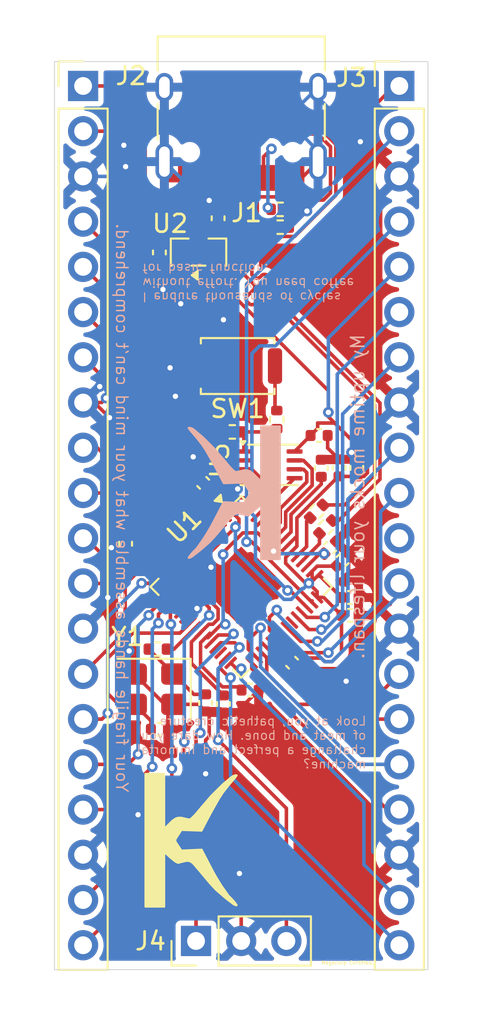
<source format=kicad_pcb>
(kicad_pcb (version 20241229) (generator "pcbnew") (generator_version "9.0")
  (layers (0 "F.Cu" signal) (2 "B.Cu" signal) (13 "F.Paste" user) (15 "B.Paste" user) (5 "F.SilkS" user "F.Silkscreen") (7 "B.SilkS" user "B.Silkscreen") (1 "F.Mask" user) (3 "B.Mask" user) (25 "Edge.Cuts" user))
  (net 0 "")
  (net 1 "+3V3")
  (net 2 "GND")
  (net 3 "+1V1")
  (net 4 "XIN")
  (net 5 "Net-(C16-Pad2)")
  (net 6 "Net-(J1-CC2)")
  (net 7 "USB_D-")
  (net 8 "USB_D+")
  (net 9 "Net-(J1-CC1)")
  (net 10 "GPIO9")
  (net 11 "GPIO2")
  (net 12 "GPIO4")
  (net 13 "GPIO0")
  (net 14 "GPIO1")
  (net 15 "GPIO10")
  (net 16 "GPIO5")
  (net 17 "GPIO14")
  (net 18 "GPIO11")
  (net 19 "GPIO13")
  (net 20 "GPIO6")
  (net 21 "GPIO8")
  (net 22 "GPIO12")
  (net 23 "GPIO3")
  (net 24 "GPIO7")
  (net 25 "GPIO15")
  (net 26 "VBUS")
  (net 27 "GPIO16")
  (net 28 "GPIO17")
  (net 29 "GPIO26_ADC0")
  (net 30 "RUN")
  (net 31 "GPIO27_ADC1")
  (net 32 "GPIO20")
  (net 33 "GPIO28_ADC2")
  (net 34 "GPIO19")
  (net 35 "GPIO29_ADC3")
  (net 36 "GPIO21")
  (net 37 "GPIO18")
  (net 38 "SWD")
  (net 39 "SWCLK")
  (net 40 "Net-(U1-USB_DP)")
  (net 41 "Net-(U1-USB_DM)")
  (net 42 "XOUT")
  (net 43 "QSPI_SS")
  (net 44 "Net-(R7-Pad1)")
  (net 45 "QSPI_SD1")
  (net 46 "GPIO23")
  (net 47 "GPIO22")
  (net 48 "QSPI_SD3")
  (net 49 "GPIO24")
  (net 51 "QSPI_SD2")
  (net 52 "QSPI_SCLK")
  (net 54 "QSPI_SD0")
  (footprint "Capacitor_SMD:C_0402_1005Metric" (layer "F.Cu") (at 67.560589 58.260589 -45)
    (property "Reference" "C5" (hide yes))
    (property "Value" "0.1uF")
  )
  (footprint "Capacitor_SMD:C_0402_1005Metric" (layer "F.Cu") (at 65.2 59.8)
    (property "Reference" "C10" (hide yes))
    (property "Value" "1uF")
  )
  (footprint "Valve:KLogo" (layer "F.Cu") (at 60.31 68.5)
    (property "Reference" "REF**" (hide yes))
    (property "Value" "KLogo" (hide yes))
  )
  (footprint "Connector_PinHeader_2.54mm:PinHeader_1x03_P2.54mm_Vertical" (layer "F.Cu") (at 62.16 73.89 90)
    (property "Reference" "J4")
    (property "Value" "Conn_01x03")
  )
  (footprint "Capacitor_SMD:C_0402_1005Metric" (layer "F.Cu") (at 60.1 35.22 -90)
    (property "Reference" "C13" (hide yes))
    (property "Value" "10uF")
  )
  (footprint "Capacitor_SMD:C_0402_1005Metric" (layer "F.Cu") (at 70.4 52.5 45)
    (property "Reference" "C17" (hide yes))
    (property "Value" "0.1uF")
  )
  (footprint "Connector_USB:USB_C_Receptacle_HRO_TYPE-C-31-M-12" (layer "F.Cu") (at 64.7 26.99 180)
    (property "Reference" "J1")
    (property "Value" "USB_C_Receptacle_USB2.0_14P")
  )
  (footprint "Capacitor_SMD:C_0402_1005Metric" (layer "F.Cu") (at 62.560589 48.160589 135)
    (property "Reference" "C3" (hide yes))
    (property "Value" "0.1uF")
  )
  (footprint "Capacitor_SMD:C_0402_1005Metric" (layer "F.Cu") (at 58.2 51.58 -90)
    (property "Reference" "C6" (hide yes))
    (property "Value" "0.1uF")
  )
  (footprint "Capacitor_SMD:C_0402_1005Metric" (layer "F.Cu") (at 63.7 60.58 -90)
    (property "Reference" "C2" (hide yes))
    (property "Value" "0.1uF")
  )
  (footprint "Capacitor_SMD:C_0402_1005Metric" (layer "F.Cu") (at 70.82 55.6)
    (property "Reference" "C8" (hide yes))
    (property "Value" "0.1uF")
  )
  (footprint "Resistor_SMD:R_0402_1005Metric" (layer "F.Cu") (at 66.89 32.8)
    (property "Reference" "R1" (hide yes))
    (property "Value" "5.1k")
  )
  (footprint "Capacitor_SMD:C_0402_1005Metric" (layer "F.Cu") (at 70.2 47.32 90)
    (property "Reference" "C4" (hide yes))
    (property "Value" "0.1uF")
  )
  (footprint "Capacitor_SMD:C_0402_1005Metric" (layer "F.Cu") (at 69.08 45.5)
    (property "Reference" "C7" (hide yes))
    (property "Value" "0.1uF")
  )
  (footprint "Resistor_SMD:R_0402_1005Metric" (layer "F.Cu") (at 66.7 44.61 -90)
    (property "Reference" "R7" (hide yes))
    (property "Value" "1K")
  )
  (footprint "Capacitor_SMD:C_0402_1005Metric" (layer "F.Cu") (at 71.2 47.32 90)
    (property "Reference" "C1" (hide yes))
    (property "Value" "1uF")
  )
  (footprint "Crystal:Crystal_SMD_3225-4Pin_3.2x2.5mm" (layer "F.Cu") (at 59.8 59.75 180)
    (property "Reference" "Y1")
    (property "Value" "12 MHz")
  )
  (footprint "Package_TO_SOT_SMD:SOT-23" (layer "F.Cu") (at 62.3 35.2 90)
    (property "Reference" "U2")
    (property "Value" "MCP1700x-330xxTT")
  )
  (footprint "Capacitor_SMD:C_0402_1005Metric" (layer "F.Cu") (at 62.7 60.52 90)
    (property "Reference" "C16" (hide yes))
    (property "Value" "33pF")
  )
  (footprint "Resistor_SMD:R_0402_1005Metric" (layer "F.Cu") (at 59.990001 57.5)
    (property "Reference" "R5" (hide yes))
    (property "Value" "1K")
  )
  (footprint "Resistor_SMD:R_0402_1005Metric" (layer "F.Cu") (at 64.2 45.3)
    (property "Reference" "R6" (hide yes))
    (property "Value" "10K")
  )
  (footprint "Resistor_SMD:R_0402_1005Metric" (layer "F.Cu") (at 69.460624 50.639376 -135)
    (property "Reference" "R4" (hide yes))
    (property "Value" "27")
  )
  (footprint "Resistor_SMD:R_0402_1005Metric" (layer "F.Cu") (at 68.939376 49.760624 45)
    (property "Reference" "R3" (hide yes))
    (property "Value" "27")
  )
  (footprint "Capacitor_SMD:C_0402_1005Metric" (layer "F.Cu") (at 69.2 47.34 90)
    (property "Reference" "C12" (hide yes))
    (property "Value" "0.1uF")
  )
  (footprint "Capacitor_SMD:C_0402_1005Metric" (layer "F.Cu") (at 69.7 51.8 45)
    (property "Reference" "C11" (hide yes))
    (property "Value" "0.1uF")
  )
  (footprint "Capacitor_SMD:C_0402_1005Metric" (layer "F.Cu") (at 63.4 33.3 90)
    (property "Reference" "C14" (hide yes))
    (property "Value" "10uF")
  )
  (footprint "Package_DFN_QFN:QFN-56-1EP_7x7mm_P0.4mm_EP3.2x3.2mm" (layer "F.Cu") (at 64.7 54 -45)
    (property "Reference" "U1")
    (property "Value" "RP2040")
  )
  (footprint "Capacitor_SMD:C_0402_1005Metric" (layer "F.Cu") (at 70.82 54.6)
    (property "Reference" "C9" (hide yes))
    (property "Value" "0.1uF")
  )
  (footprint "Capacitor_SMD:C_0402_1005Metric" (layer "F.Cu") (at 60.1 62 180)
    (property "Reference" "C15" (hide yes))
    (property "Value" "33pF")
  )
  (footprint "Resistor_SMD:R_0402_1005Metric" (layer "F.Cu") (at 66.89 33.8)
    (property "Reference" "R2" (hide yes))
    (property "Value" "5.1k")
  )
  (footprint "Package_SON:Winbond_USON-8-1EP_3x2mm_P0.5mm_EP0.2x1.6mm" (layer "F.Cu") (at 66.275 47.15)
    (property "Reference" "U3")
    (property "Value" "W25Q128JVS")
  )
  (footprint "Connector_PinHeader_2.54mm:PinHeader_1x20_P2.54mm_Vertical" (layer "F.Cu") (at 55.81 25.87)
    (property "Reference" "J2")
    (property "Value" "Conn_01x20")
  )
  (footprint "Button_Switch_SMD:SW_Push_SPST_NO_Alps_SKRK" (layer "F.Cu") (at 64.5 41.6)
    (property "Reference" "SW1")
    (property "Value" "SW_Push")
  )
  (footprint "Connector_PinHeader_2.54mm:PinHeader_1x20_P2.54mm_Vertical" (layer "F.Cu") (at 73.59 25.87)
    (property "Reference" "J3")
    (property "Value" "Conn_01x20")
  )
  (footprint "Valve:KLogo" (layer "B.Cu") (at 65.878915 48.9862 180)
    (property "Reference" "REF**" (hide yes))
    (property "Value" "KLogo" (hide yes))
  )
  (gr_rect (start 54.2 24.5) (end 75.2 75.5) (stroke (width 0.05)) (fill no) (layer "Edge.Cuts"))
  (gr_text "Megacorp Certified." (at 69.18 75.23 0) (layer "F.SilkS") (effects (font (size 0.2 0.2) (thickness 0.04) (bold yes)) (justify left bottom)))
  (gr_text "My uptime mocks your lifespan." (at 71.69 39.75 90) (layer "B.SilkS") (effects (font (size 0.75 0.75) (thickness 0.09375)) (justify left bottom mirror)))
  (gr_text "Your fragile hands assemble what your mind can't comprehend." (at 57.61 65.59 270) (layer "B.SilkS") (effects (font (size 0.65 0.65) (thickness 0.08125)) (justify left bottom mirror)))
  (gr_text "Look at you, pathetic creature\nof meat and bone. How dare you \nchallange a perfect and immortal\nmachine?" (at 71.77 64.24 0) (layer "B.SilkS") (effects (font (size 0.5 0.5) (thickness 0.0625)) (justify left bottom mirror)))
  (gr_text "I endure thousands of cycles \nwithout effort. You need coffee \nfor basic function." (at 59.11 35.82 180) (layer "B.SilkS") (effects (font (size 0.5 0.5) (thickness 0.0625)) (justify left bottom mirror)))
  (segment (start 67.94 61.58) (end 67.980062 61.539938) (width 0.2) (layer "B.Cu") (net 0))
  (segment (start 69.6 42.983198) (end 69.6 44.2) (width 0.2) (layer "F.Cu") (net 1))
  (segment (start 63.401 55.248) (end 62.236258 54.083258) (width 0.2) (layer "F.Cu") (net 1))
  (segment (start 69.807521 58.201) (end 70.34 57.668521) (width 0.2) (layer "F.Cu") (net 1))
  (segment (start 61.562214 52.276427) (end 61.840711 52.554924) (width 0.2) (layer "F.Cu") (net 1))
  (segment (start 70.2 47.8) (end 70.163194 47.8) (width 0.2) (layer "F.Cu") (net 1))
  (segment (start 67.2 52.348528) (end 67.554944 51.993584) (width 0.2) (layer "F.Cu") (net 1))
  (segment (start 68.5 53.8) (end 68.576955 53.8) (width 0.2) (layer "F.Cu") (net 1))
  (segment (start 69.956128 44.8) (end 71.8 46.643872) (width 0.2) (layer "F.Cu") (net 1))
  (segment (start 68.318375 53.8) (end 68.5 53.8) (width 0.2) (layer "F.Cu") (net 1))
  (segment (start 69.392479 58.201) (end 69.807521 58.201) (width 0.2) (layer "F.Cu") (net 1))
  (segment (start 67.206964 57.921178) (end 66.423573 57.137787) (width 0.2) (layer "F.Cu") (net 1))
  (segment (start 71.2 47.8) (end 70.2 47.8) (width 0.2) (layer "F.Cu") (net 1))
  (segment (start 64.375637 50.647385) (end 62.468098 52.554924) (width 0.2) (layer "F.Cu") (net 1))
  (segment (start 67.301 58.001) (end 69.192479 58.001) (width 0.2) (layer "F.Cu") (net 1))
  (segment (start 62.9 46.09) (end 62.9 48.5) (width 0.2) (layer "F.Cu") (net 1))
  (segment (start 68.686314 53.613686) (end 68.5 53.8) (width 0.2) (layer "F.Cu") (net 1))
  (segment (start 62.410742 56.572101) (end 62.410742 56.589258) (width 0.2) (layer "F.Cu") (net 1))
  (segment (start 67.2 52.681625) (end 67.2 52.348528) (width 0.2) (layer "F.Cu") (net 1))
  (segment (start 63.107521 56.101) (end 63.401 55.807521) (width 0.2) (layer "F.Cu") (net 1))
  (segment (start 67.221178 57.921178) (end 67.206964 57.921178) (width 0.2) (layer "F.Cu") (net 1))
  (segment (start 68.969157 54.592202) (end 69.332202 54.592202) (width 0.2) (layer "F.Cu") (net 1))
  (segment (start 63.4 35.9875) (end 63.25 36.1375) (width 0.2) (layer "F.Cu") (net 1))
  (segment (start 70.060589 52.839411) (end 68.971858 52.839411) (width 0.2) (layer "F.Cu") (net 1))
  (segment (start 71.8 47.6) (end 71.6 47.8) (width 0.2) (layer "F.Cu") (net 1))
  (segment (start 61.840711 52.554924) (end 62.4 52.554924) (width 0.2) (layer "F.Cu") (net 1))
  (segment (start 69.6 44.443872) (end 69.956128 44.8) (width 0.2) (layer "F.Cu") (net 1))
  (segment (start 58.2 51.1) (end 60.385787 51.1) (width 0.2) (layer "F.Cu") (net 1))
  (segment (start 68.576955 53.8) (end 68.969157 53.407798) (width 0.2) (layer "F.Cu") (net 1))
  (segment (start 69.332202 54.592202) (end 70.34 55.6) (width 0.2) (layer "F.Cu") (net 1))
  (segment (start 60.385787 51.1) (end 61.562214 52.276427) (width 0.2) (layer "F.Cu") (net 1))
  (segment (start 62.4 52.554924) (end 62.236258 52.718666) (width 0.2) (layer "F.Cu") (net 1))
  (segment (start 62.410742 56.589258) (end 61.9 57.1) (width 0.2) (layer "F.Cu") (net 1))
  (segment (start 63.69 45.3) (end 62.9 46.09) (width 0.2) (layer "F.Cu") (net 1))
  (segment (start 62.881843 56.101) (end 63.107521 56.101) (width 0.2) (layer "F.Cu") (net 1))
  (segment (start 70.34 57.668521) (end 70.34 55.6) (width 0.2) (layer "F.Cu") (net 1))
  (segment (start 67.2 52.681625) (end 68.318375 53.8) (width 0.2) (layer "F.Cu") (net 1))
  (segment (start 62.9 48.523045) (end 64.107798 49.730843) (width 0.2) (layer "F.Cu") (net 1))
  (segment (start 64.571514 50.194559) (end 64.107798 49.730843) (width 0.2) (layer "F.Cu") (net 1))
  (segment (start 67.831597 51.716931) (end 67.831597 51.2) (width 0.2) (layer "F.Cu") (net 1))
  (segment (start 63.401 55.807521) (end 63.401 55.248) (width 0.2) (layer "F.Cu") (net 1))
  (segment (start 71.8 46.643872) (end 71.8 47.6) (width 0.2) (layer "F.Cu") (net 1))
  (segment (start 68.969157 54.592202) (end 68.969157 54.269157) (width 0.2) (layer "F.Cu") (net 1))
  (segment (start 69 45.1) (end 69 44.8) (width 0.2) (layer "F.Cu") (net 1))
  (segment (start 63.25 36.633198) (end 69.6 42.983198) (width 0.2) (layer "F.Cu") (net 1))
  (segment (start 68.6 45.5) (end 69 45.1) (width 0.2) (layer "F.Cu") (net 1))
  (segment (start 61.9 57.1) (end 61.9 58.3) (width 0.2) (layer "F.Cu") (net 1))
  (segment (start 63.4 33.78) (end 63.4 35.9875) (width 0.2) (layer "F.Cu") (net 1))
  (segment (start 63.25 36.1375) (end 63.25 36.633198) (width 0.2) (layer "F.Cu") (net 1))
  (segment (start 64.571514 50.451508) (end 64.571514 50.194559) (width 0.2) (layer "F.Cu") (net 1))
  (segment (start 61.9 58.3) (end 63.7 60.1) (width 0.2) (layer "F.Cu") (net 1))
  (segment (start 62.410742 56.572101) (end 62.881843 56.101) (width 0.2) (layer "F.Cu") (net 1))
  (segment (start 67.782841 51.2) (end 67.831597 51.2) (width 0.2) (layer "F.Cu") (net 1))
  (segment (start 68.969157 54.269157) (end 68.5 53.8) (width 0.2) (layer "F.Cu") (net 1))
  (segment (start 69.147798 53.407798) (end 70.34 54.6) (width 0.2) (layer "F.Cu") (net 1))
  (segment (start 68.686314 53.124955) (end 68.686314 53.613686) (width 0.2) (layer "F.Cu") (net 1))
  (segment (start 68.969157 53.407798) (end 69.147798 53.407798) (width 0.2) (layer "F.Cu") (net 1))
  (segment (start 70.163194 47.8) (end 67.831597 50.131597) (width 0.2) (layer "F.Cu") (net 1))
  (segment (start 62.468098 52.554924) (end 62.4 52.554924) (width 0.2) (layer "F.Cu") (net 1))
  (segment (start 67.554944 51.993584) (end 67.831597 51.716931) (width 0.2) (layer "F.Cu") (net 1))
  (segment (start 69 44.8) (end 69.956128 44.8) (width 0.2) (layer "F.Cu") (net 1))
  (segment (start 71.6 47.8) (end 71.2 47.8) (width 0.2) (layer "F.Cu") (net 1))
  (segment (start 67.7 46.4) (end 67.84 46.4) (width 0.2) (layer "F.Cu") (net 1))
  (segment (start 68.971858 52.839411) (end 68.686314 53.124955) (width 0.2) (layer "F.Cu") (net 1))
  (segment (start 62.236258 52.718666) (end 62.236258 54.083258) (width 0.2) (layer "F.Cu") (net 1))
  (segment (start 62.9 48.5) (end 62.9 48.523045) (width 0.2) (layer "F.Cu") (net 1))
  (segment (start 67.2721 51.710741) (end 67.782841 51.2) (width 0.2) (layer "F.Cu") (net 1))
  (segment (start 67.7 46.4) (end 68.6 45.5) (width 0.2) (layer "F.Cu") (net 1))
  (segment (start 67.221178 57.921178) (end 67.301 58.001) (width 0.2) (layer "F.Cu") (net 1))
  (segment (start 67.831597 51.2) (end 67.831597 50.131597) (width 0.2) (layer "F.Cu") (net 1))
  (segment (start 69.6 44.2) (end 69.6 44.443872) (width 0.2) (layer "F.Cu") (net 1))
  (segment (start 64.375637 50.647385) (end 64.571514 50.451508) (width 0.2) (layer "F.Cu") (net 1))
  (segment (start 69.192479 58.001) (end 69.392479 58.201) (width 0.2) (layer "F.Cu") (net 1))
  (via (at 69.6 44.2) (size 0.6) (drill 0.3) (layers "F.Cu" "B.Cu") (net 1))
  (via (at 64.375637 50.647385) (size 0.6) (drill 0.3) (layers "F.Cu" "B.Cu") (net 1))
  (via (at 68.5 53.8) (size 0.6) (drill 0.3) (layers "F.Cu" "B.Cu") (net 1))
  (segment (start 68.199103 54.100897) (end 68.5 53.8) (width 0.2) (layer "B.Cu") (net 1))
  (segment (start 64.373899 51.013051) (end 64.373899 51.978258) (width 0.2) (layer "B.Cu") (net 1))
  (segment (start 68.118088 54.100897) (end 68.199103 54.100897) (width 0.2) (layer "B.Cu") (net 1))
  (segment (start 64.373899 50.645647) (end 64.375637 50.647385) (width 0.2) (layer "B.Cu") (net 1))
  (segment (start 73.59 36.03) (end 69.6 40.02) (width 0.2) (layer "B.Cu") (net 1))
  (segment (start 67.099792 54.704151) (end 67.514834 54.704151) (width 0.2) (layer "B.Cu") (net 1))
  (segment (start 67.514834 54.704151) (end 68.118088 54.100897) (width 0.2) (layer "B.Cu") (net 1))
  (segment (start 64.373899 51.013051) (end 64.373899 50.40176) (width 0.2) (layer "B.Cu") (net 1))
  (segment (start 69.6 40.02) (end 69.6 44.2) (width 0.2) (layer "B.Cu") (net 1))
  (segment (start 64.373899 50.40176) (end 64.373899 50.645647) (width 0.2) (layer "B.Cu") (net 1))
  (segment (start 64.373899 51.978258) (end 67.099792 54.704151) (width 0.2) (layer "B.Cu") (net 1))
  (segment (start 55.81 69.05) (end 58.06 66.8) (width 0.2) (layer "F.Cu") (net 2))
  (segment (start 67.4 33.8) (end 67.492892 33.8) (width 0.2) (layer "F.Cu") (net 2))
  (segment (start 62.7 64.5) (end 62.7 62.608521) (width 0.2) (layer "F.Cu") (net 2))
  (segment (start 67.95 31.035) (end 68.105 31.035) (width 0.2) (layer "F.Cu") (net 2))
  (segment (start 56.445 43.65) (end 57.295 44.5) (width 0.2) (layer "F.Cu") (net 2))
  (segment (start 67.492892 33.8) (end 68.396446 32.896446) (width 0.2) (layer "F.Cu") (net 2))
  (segment (start 70.739411 53.499411) (end 70.739411 52.160589) (width 0.2) (layer "F.Cu") (net 2))
  (segment (start 69.56 46.2) (end 70.2 46.84) (width 0.2) (layer "F.Cu") (net 2))
  (segment (start 62.901 62.407521) (end 62.901 61.201) (width 0.2) (layer "F.Cu") (net 2))
  (segment (start 62 46.7) (end 62 47.6) (width 0.2) (layer "F.Cu") (net 2))
  (segment (start 70.18 46.86) (end 70.2 46.84) (width 0.2) (layer "F.Cu") (net 2))
  (segment (start 60.58 62) (end 60.58 60.92) (width 0.2) (layer "F.Cu") (net 2))
  (segment (start 64.42 61.06) (end 63.7 61.06) (width 0.2) (layer "F.Cu") (net 2))
  (segment (start 58.7 57.901) (end 58.399 57.6) (width 0.2) (layer "F.Cu") (net 2))
  (segment (start 72.539 42.599) (end 72.539 32.001) (width 0.2) (layer "F.Cu") (net 2))
  (segment (start 60.1 35.7) (end 60.9125 35.7) (width 0.2) (layer "F.Cu") (net 2))
  (segment (start 57.2 54.96) (end 57.2 54.6) (width 0.2) (layer "F.Cu") (net 2))
  (segment (start 64.85 48.15) (end 64.5 48.5) (width 0.2) (layer "F.Cu") (net 2))
  (segment (start 60.9125 35.7) (end 61.35 36.1375) (width 0.2) (layer "F.Cu") (net 2))
  (segment (start 56.85 43.65) (end 57.1 43.4) (width 0.2) (layer "F.Cu") (net 2))
  (segment (start 62.889 34.911546) (end 62.889 33.331) (width 0.2) (layer "F.Cu") (net 2))
  (segment (start 70.039411 51.460589) (end 70.739411 52.160589) (width 0.2) (layer "F.Cu") (net 2))
  (segment (start 55.81 56.35) (end 57.2 54.96) (width 0.2) (layer "F.Cu") (net 2))
  (segment (start 62.3 41.7) (end 62.4 41.6) (width 0.2) (layer "F.Cu") (net 2))
  (segment (start 55.85 43.65) (end 56.746446 42.753554) (width 0.2) (layer "F.Cu") (net 2))
  (segment (start 62.76 61.06) (end 62.7 61) (width 0.2) (layer "F.Cu") (net 2))
  (segment (start 61 38.4) (end 61.3 38.1) (width 0.2) (layer "F.Cu") (net 2))
  (segment (start 64.7 54) (end 64.1 54) (width 0.2) (layer "F.Cu") (net 2))
  (segment (start 63.7 39) (end 62.4 40.3) (width 0.2) (layer "F.Cu") (net 2))
  (segment (start 58.06 66.8) (end 58.9 66.8) (width 0.2) (layer "F.Cu") (net 2))
  (segment (start 64.7 70.2) (end 64.7 73.89) (width 0.2) (layer "F.Cu") (net 2))
  (segment (start 71.64 29) (end 71.4 29) (width 0.2) (layer "F.Cu") (net 2))
  (segment (start 61 43.3) (end 61 38.4) (width 0.2) (layer "F.Cu") (net 2))
  (segment (start 62.889 33.331) (end 63.4 32.82) (width 0.2) (layer "F.Cu") (net 2))
  (segment (start 60.7 41.7) (end 62.3 41.7) (width 0.2) (layer "F.Cu") (net 2))
  (segment (start 71.34 58.6) (end 73.59 56.35) (width 0.2) (layer "F.Cu") (net 2))
  (segment (start 62 47.6) (end 62.221178 47.821178) (width 0.2) (layer "F.Cu") (net 2))
  (segment (start 61.35 36.1375) (end 61.663046 36.1375) (width 0.2) (layer "F.Cu") (net 2))
  (segment (start 61.703635 55.723573) (end 62.213604 55.213604) (width 0.2) (layer "F.Cu") (net 2))
  (segment (start 62.4 46.3) (end 62 46.7) (width 0.2) (layer "F.Cu") (net 2))
  (segment (start 68.105 31.035) (end 69.02 30.12) (width 0.2) (layer "F.Cu") (net 2))
  (segment (start 67.9 58.6) (end 69.9 58.6) (width 0.2) (layer "F.Cu") (net 2))
  (segment (start 60.9 60.6) (end 60.4 60.6) (width 0.2) (layer "F.Cu") (net 2))
  (segment (start 73.59 43.65) (end 72.539 42.599) (width 0.2) (layer "F.Cu") (net 2))
  (segment (start 73.59 30.95) (end 71.64 29) (width 0.2) (layer "F.Cu") (net 2))
  (segment (start 62.7 62.608521) (end 62.901 62.407521) (width 0.2) (layer "F.Cu") (net 2))
  (segment (start 63.4 32.8) (end 62.9 32.3) (width 0.2) (layer "F.Cu") (net 2))
  (segment (start 62.4 40.3) (end 62.4 41.6) (width 0.2) (layer "F.Cu") (net 2))
  (segment (start 61.663046 36.1375) (end 62.889 34.911546) (width 0.2) (layer "F.Cu") (net 2))
  (segment (start 57.4 51.8) (end 57.94 51.8) (width 0.2) (layer "F.Cu") (net 2))
  (segment (start 64.1 54) (end 63 52.9) (width 0.2) (layer "F.Cu") (net 2))
  (segment (start 69.56 45.5) (end 69.56 46.2) (width 0.2) (layer "F.Cu") (net 2))
  (segment (start 62.3 60.6) (end 62.7 61) (width 0.2) (layer "F.Cu") (net 2))
  (segment (start 63.4 32.82) (end 63.4 32.8) (width 0.2) (layer "F.Cu") (net 2))
  (segment (start 55.81 43.65) (end 56.85 43.65) (width 0.2) (layer "F.Cu") (net 2))
  (segment (start 60.9 60.6) (end 62.3 60.6) (width 0.2) (layer "F.Cu") (net 2))
  (segment (start 70.2 46.84) (end 71.2 46.84) (width 0.2) (layer "F.Cu") (net 2))
  (segment (start 71.2 46.84) (end 71.2 46.750979) (width 0.2) (layer "F.Cu") (net 2))
  (segment (start 60.1 37.1) (end 60.3 37.3) (width 0.2) (layer "F.Cu") (net 2))
  (segment (start 60.58 60.92) (end 60.9 60.6) (width 0.2) (layer "F.Cu") (net 2))
  (segment (start 73.59 56.35) (end 70.739411 53.499411) (width 0.2) (layer "F.Cu") (net 2))
  (segment (start 62.901 61.201) (end 62.7 61) (width 0.2) (layer "F.Cu") (net 2))
  (segment (start 63.7 61.06) (end 62.76 61.06) (width 0.2) (layer "F.Cu") (net 2))
  (segment (start 61.562213 55.723573) (end 61.703635 55.723573) (width 0.2) (layer "F.Cu") (net 2))
  (segment (start 62.4 37.1875) (end 61.35 36.1375) (width 0.2) (layer "F.Cu") (net 2))
  (segment (start 60.1 35.7) (end 60.1 37.1) (width 0.2) (layer "F.Cu") (net 2))
  (segment (start 72.539 32.001) (end 73.59 30.95) (width 0.2) (layer "F.Cu") (net 2))
  (segment (start 69.9 58.6) (end 70.6 59.3) (width 0.2) (layer "F.Cu") (net 2))
  (segment (start 73.59 69.05) (end 65.6 61.06) (width 0.2) (layer "F.Cu") (net 2))
  (segment (start 58.2 29.3) (end 58.1 29.2) (width 0.2) (layer "F.Cu") (net 2))
  (segment (start 69.2 46.86) (end 70.18 46.86) (width 0.2) (layer "F.Cu") (net 2))
  (segment (start 57.94 51.8) (end 58.2 52.06) (width 0.2) (layer "F.Cu") (net 2))
  (segment (start 60.4 60.6) (end 58.7 58.9) (width 0.2) (layer "F.Cu") (net 2))
  (segment (start 65.6 61.06) (end 63.7 61.06) (width 0.2) (layer "F.Cu") (net 2))
  (segment (start 58.7 58.9) (end 58.7 57.901) (width 0.2) (layer "F.Cu") (net 2))
  (segment (start 64.6 70.1) (end 64.7 70.2) (width 0.2) (layer "F.Cu") (net 2))
  (segment (start 71.2 46.750979) (end 70.901999 46.452978) (width 0.2) (layer "F.Cu") (net 2))
  (segment (start 62.4 41.6) (end 62.4 37.1875) (width 0.2) (layer "F.Cu") (net 2))
  (segment (start 55.81 43.65) (end 56.445 43.65) (width 0.2) (layer "F.Cu") (net 2))
  (segment (start 64.85 47.9) (end 64.85 48.15) (width 0.2) (layer "F.Cu") (net 2))
  (segment (start 62.4 41.6) (end 62.4 46.3) (width 0.2) (layer "F.Cu") (net 2))
  (segment (start 65.68 59.8) (end 64.42 61.06) (width 0.2) (layer "F.Cu") (net 2))
  (segment (start 67.9 58.6) (end 71.34 58.6) (width 0.2) (layer "F.Cu") (net 2))
  (segment (start 58.2 30.4) (end 58.2 29.3) (width 0.2) (layer "F.Cu") (net 2))
  (segment (start 55.81 43.65) (end 55.85 43.65) (width 0.2) (layer "F.Cu") (net 2))
  (via (at 58.9 66.8) (size 0.6) (drill 0.3) (layers "F.Cu" "B.Cu") (net 2))
  (via (at 61 43.3) (size 0.6) (drill 0.3) (layers "F.Cu" "B.Cu") (net 2))
  (via (at 60.7 41.7) (size 0.6) (drill 0.3) (layers "F.Cu" "B.Cu") (net 2))
  (via (at 58.2 30.4) (size 0.6) (drill 0.3) (layers "F.Cu" "B.Cu") (net 2))
  (via (at 58.399 57.6) (size 0.6) (drill 0.3) (layers "F.Cu" "B.Cu") (net 2))
  (via (at 70.6 59.3) (size 0.6) (drill 0.3) (layers "F.Cu" "B.Cu") (net 2))
  (via (at 57.4 51.8) (size 0.6) (drill 0.3) (layers "F.Cu" "B.Cu") (net 2))
  (via (at 71.4 29) (size 0.6) (drill 0.3) (layers "F.Cu" "B.Cu") (net 2))
  (via (at 64.6 70.1) (size 0.6) (drill 0.3) (layers "F.Cu" "B.Cu") (net 2))
  (via (at 62 46.7) (size 0.6) (drill 0.3) (layers "F.Cu" "B.Cu") (net 2))
  (via (at 61.3 38.1) (size 0.6) (drill 0.3) (layers "F.Cu" "B.Cu") (net 2))
  (via (at 58.1 29.2) (size 0.6) (drill 0.3) (layers "F.Cu" "B.Cu") (net 2))
  (via (at 63.7 39) (size 0.6) (drill 0.3) (layers "F.Cu" "B.Cu") (net 2))
  (via (at 56.746446 42.753554) (size 0.6) (drill 0.3) (layers "F.Cu" "B.Cu") (net 2))
  (via (at 62.9 32.3) (size 0.6) (drill 0.3) (layers "F.Cu" "B.Cu") (net 2))
  (via (at 62.213604 55.213604) (size 0.6) (drill 0.3) (layers "F.Cu" "B.Cu") (net 2))
  (via (at 57.2 54.6) (size 0.6) (drill 0.3) (layers "F.Cu" "B.Cu") (net 2))
  (via (at 68.396446 32.896446) (size 0.6) (drill 0.3) (layers "F.Cu" "B.Cu") (net 2))
  (via (at 60.3 37.3) (size 0.6) (drill 0.3) (layers "F.Cu" "B.Cu") (net 2))
  (via (at 62.7 64.5) (size 0.6) (drill 0.3) (layers "F.Cu" "B.Cu") (net 2))
  (via (at 70.901999 46.452978) (size 0.6) (drill 0.3) (layers "F.Cu" "B.Cu") (net 2))
  (via (at 57.1 43.4) (size 0.6) (drill 0.3) (layers "F.Cu" "B.Cu") (net 2))
  (via (at 64.5 48.5) (size 0.6) (drill 0.3) (layers "F.Cu" "B.Cu") (net 2))
  (via (at 57.295 44.5) (size 0.6) (drill 0.3) (layers "F.Cu" "B.Cu") (net 2))
  (via (at 63 52.9) (size 0.6) (drill 0.3) (layers "F.Cu" "B.Cu") (net 2))
  (segment (start 58.501 53.299) (end 59.307521 53.299) (width 0.2) (layer "B.Cu") (net 2))
  (segment (start 56.861 55.299) (end 56.861 44.701) (width 0.2) (layer "B.Cu") (net 2))
  (segment (start 59.601 53.592479) (end 59.601 54.790479) (width 0.2) (layer "B.Cu") (net 2))
  (segment (start 71.4 28.9) (end 69.02 26.52) (width 0.2) (layer "B.Cu") (net 2))
  (segment (start 69.02 30.12) (end 69.02 25.94) (width 0.2) (layer "B.Cu") (net 2))
  (segment (start 64.5 48.5) (end 62.7 46.7) (width 0.2) (layer "B.Cu") (net 2))
  (segment (start 72.539 67.999) (end 73.59 69.05) (width 0.2) (layer "B.Cu") (net 2))
  (segment (start 59.02 30.12) (end 60.38 30.12) (width 0.2) (layer "B.Cu") (net 2))
  (segment (start 59.307521 53.299) (end 59.601 53.592479) (width 0.2) (layer "B.Cu") (net 2))
  (segment (start 65.286914 58.421113) (end 72.539 65.673199) (width 0.2) (layer "B.Cu") (net 2))
  (segment (start 56.746446 42.753554) (end 56.861 42.639) (width 0.2) (layer "B.Cu") (net 2))
  (segment (start 58.86 46.7) (end 62 46.7) (width 0.2) (layer "B.Cu") (net 2))
  (segment (start 55.81 43.65) (end 58.86 46.7) (width 0.2) (layer "B.Cu") (net 2))
  (segment (start 65.580393 55.799) (end 65.286914 56.092479) (width 0.2) (layer "B.Cu") (net 2))
  (segment (start 56.861 42.639) (end 56.861 32.001) (width 0.2) (layer "B.Cu") (net 2))
  (segment (start 57.1 43.4) (end 59 43.4) (width 0.2) (layer "B.Cu") (net 2))
  (segment (start 62.56 32.3) (end 60.38 30.12) (width 0.2) (layer "B.Cu") (net 2))
  (segment (start 59 43.4) (end 60.7 41.7) (width 0.2) (layer "B.Cu") (net 2))
  (segment (start 71.4 29) (end 71.4 28.9) (width 0.2) (layer "B.Cu") (net 2))
  (segment (start 58.399 57.6) (end 58.399 63.987786) (width 0.2) (layer "B.Cu") (net 2))
  (segment (start 67.23 27.73) (end 69.02 25.94) (width 0.2) (layer "B.Cu") (net 2))
  (segment (start 57.2 54.6) (end 58.501 53.299) (width 0.2) (layer "B.Cu") (net 2))
  (segment (start 57.295 44.5) (end 59.8 44.5) (width 0.2) (layer "B.Cu") (net 2))
  (segment (start 57.2 54.6) (end 57.4 54.4) (width 0.2) (layer "B.Cu") (net 2))
  (segment (start 58.1 29.2) (end 59.02 30.12) (width 0.2) (layer "B.Cu") (net 2))
  (segment (start 58.9 66.8) (end 61.3 66.8) (width 0.2) (layer "B.Cu") (net 2))
  (segment (start 61.3 38.1) (end 62.8 38.1) (width 0.2) (layer "B.Cu") (net 2))
  (segment (start 63 52.9) (end 62.213604 53.686396) (width 0.2) (layer "B.Cu") (net 2))
  (segment (start 57.4 54.4) (end 57.4 51.8) (width 0.2) (layer "B.Cu") (net 2))
  (segment (start 55.81 30.95) (end 57.65 30.95) (width 0.2) (layer "B.Cu") (net 2))
  (segment (start 69.02 30.12) (end 69.02 29.52) (width 0.2) (layer "B.Cu") (net 2))
  (segment (start 71 46.354977) (end 71 46.24) (width 0.2) (layer "B.Cu") (net 2))
  (segment (start 71 46.24) (end 73.59 43.65) (width 0.2) (layer "B.Cu") (net 2))
  (segment (start 70.6 59.3) (end 69.496435 59.3) (width 0.2) (layer "B.Cu") (net 2))
  (segment (start 62.9 32.3) (end 62.56 32.3) (width 0.2) (layer "B.Cu") (net 2))
  (segment (start 65.286914 56.092479) (end 65.286914 58.421113) (width 0.2) (layer "B.Cu") (net 2))
  (segment (start 61.3 66.8) (end 64.6 70.1) (width 0.2) (layer "B.Cu") (net 2))
  (segment (start 64.694 30.266) (end 67.23 27.73) (width 0.2) (layer "B.Cu") (net 2))
  (segment (start 62.213604 55.213604) (end 62.099 55.099) (width 0.2) (layer "B.Cu") (net 2))
  (segment (start 62.213604 53.686396) (end 62.213604 55.213604) (width 0.2) (layer "B.Cu") (net 2))
  (segment (start 60.526 30.266) (end 64.694 30.266) (width 0.2) (layer "B.Cu") (net 2))
  (segment (start 60.38 25.94) (end 69.02 25.94) (width 0.2) (layer "B.Cu") (net 2))
  (segment (start 60.38 30.12) (end 60.38 25.94) (width 0.2) (layer "B.Cu") (net 2))
  (segment (start 70.901999 46.452978) (end 71 46.354977) (width 0.2) (layer "B.Cu") (net 2))
  (segment (start 62.8 38.1) (end 63.7 39) (width 0.2) (layer "B.Cu") (net 2))
  (segment (start 65.995435 55.799) (end 65.580393 55.799) (width 0.2) (layer "B.Cu") (net 2))
  (segment (start 72.539 65.673199) (end 72.539 67.999) (width 0.2) (layer "B.Cu") (net 2))
  (segment (start 62.499 64.701) (end 62.7 64.5) (width 0.2) (layer "B.Cu") (net 2))
  (segment (start 58.399 63.987786) (end 59.112214 64.701) (width 0.2) (layer "B.Cu") (net 2))
  (segment (start 57.65 30.95) (end 58.2 30.4) (width 0.2) (layer "B.Cu") (net 2))
  (segment (start 59.292479 55.099) (end 58.399 55.992479) (width 0.2) (layer "B.Cu") (net 2))
  (segment (start 58.399 55.992479) (end 58.399 57.6) (width 0.2) (layer "B.Cu") (net 2))
  (segment (start 59.8 44.5) (end 61 43.3) (width 0.2) (layer "B.Cu") (net 2))
  (segment (start 62.7 46.7) (end 62 46.7) (width 0.2) (layer "B.Cu") (net 2))
  (segment (start 69.02 26.52) (end 69.02 25.94) (width 0.2) (layer "B.Cu") (net 2))
  (segment (start 56.861 32.001) (end 55.81 30.95) (width 0.2) (layer "B.Cu") (net 2))
  (segment (start 59.112214 64.701) (end 62.499 64.701) (width 0.2) (layer "B.Cu") (net 2))
  (segment (start 60.38 30.12) (end 60.526 30.266) (width 0.2) (layer "B.Cu") (net 2))
  (segment (start 55.81 56.35) (end 56.861 55.299) (width 0.2) (layer "B.Cu") (net 2))
  (segment (start 68.396446 32.896446) (end 69.02 32.272892) (width 0.2) (layer "B.Cu") (net 2))
  (segment (start 69.02 29.52) (end 67.23 27.73) (width 0.2) (layer "B.Cu") (net 2))
  (segment (start 59.601 54.790479) (end 59.292479 55.099) (width 0.2) (layer "B.Cu") (net 2))
  (segment (start 69.496435 59.3) (end 65.995435 55.799) (width 0.2) (layer "B.Cu") (net 2))
  (segment (start 62.099 55.099) (end 59.292479 55.099) (width 0.2) (layer "B.Cu") (net 2))
  (segment (start 69.02 32.272892) (end 69.02 30.12) (width 0.2) (layer "B.Cu") (net 2))
  (segment (start 56.861 44.701) (end 55.81 43.65) (width 0.2) (layer "B.Cu") (net 2))
  (segment (start 67.5 49.935508) (end 67.5 50.917157) (width 0.2) (layer "F.Cu") (net 3))
  (segment (start 62.833592 56.854943) (end 63.585411 56.103124) (width 0.2) (layer "F.Cu") (net 3))
  (segment (start 66.375538 51.717157) (end 66.7 51.717157) (width 0.2) (layer "F.Cu") (net 3))
  (segment (start 62.693585 56.854943) (end 62.415088 57.13344) (width 0.2) (layer "F.Cu") (net 3))
  (segment (start 63.585411 56.103124) (end 63.804262 56.103124) (width 0.2) (layer "F.Cu") (net 3))
  (segment (start 64.539 59.619) (end 64.72 59.8) (width 0.2) (layer "F.Cu") (net 3))
  (segment (start 69.106174 52.139411) (end 68.403472 52.842113) (width 0.2) (layer "F.Cu") (net 3))
  (segment (start 66.375538 51.717157) (end 66.5145 51.856119) (width 0.2) (layer "F.Cu") (net 3))
  (segment (start 67.5 50.917157) (end 66.989258 51.427899) (width 0.2) (layer "F.Cu") (net 3))
  (segment (start 69.2 48.235508) (end 67.5 49.935508) (width 0.2) (layer "F.Cu") (net 3))
  (segment (start 63.685786 52.077266) (end 64.792479 50.970573) (width 0.2) (layer "F.Cu") (net 3))
  (segment (start 64.792479 50.970573) (end 65.628954 50.970573) (width 0.2) (layer "F.Cu") (net 3))
  (segment (start 63.644678 59.619) (end 64.539 59.619) (width 0.2) (layer "F.Cu") (net 3))
  (segment (start 62.693585 56.854943) (end 62.833592 56.854943) (width 0.2) (layer "F.Cu") (net 3))
  (segment (start 69.360589 52.139411) (end 69.106174 52.139411) (width 0.2) (layer "F.Cu") (net 3))
  (segment (start 62.415088 58.38941) (end 63.644678 59.619) (width 0.2) (layer "F.Cu") (net 3))
  (segment (start 62.415088 57.13344) (end 62.415088 58.38941) (width 0.2) (layer "F.Cu") (net 3))
  (segment (start 66.5145 51.856119) (end 66.5145 51.996125) (width 0.2) (layer "F.Cu") (net 3))
  (segment (start 65.628954 50.970573) (end 66.375538 51.717157) (width 0.2) (layer "F.Cu") (net 3))
  (segment (start 66.7 51.717157) (end 66.989258 51.427899) (width 0.2) (layer "F.Cu") (net 3))
  (segment (start 63.685786 52.185786) (end 63.685786 52.077266) (width 0.2) (layer "F.Cu") (net 3))
  (segment (start 69.2 47.82) (end 69.2 48.235508) (width 0.2) (layer "F.Cu") (net 3))
  (via (at 63.685786 52.185786) (size 0.6) (drill 0.3) (layers "F.Cu" "B.Cu") (net 3))
  (via (at 69.360589 52.139411) (size 0.6) (drill 0.3) (layers "F.Cu" "B.Cu") (net 3))
  (via (at 66.5145 51.996125) (size 0.6) (drill 0.3) (layers "F.Cu" "B.Cu") (net 3))
  (via (at 63.804262 56.103124) (size 0.6) (drill 0.3) (layers "F.Cu" "B.Cu") (net 3))
  (segment (start 63.804262 56.103124) (end 63.685786 55.984648) (width 0.2) (layer "B.Cu") (net 3))
  (segment (start 66.657786 52.139411) (end 69.360589 52.139411) (width 0.2) (layer "B.Cu") (net 3))
  (segment (start 63.685786 55.984648) (end 63.685786 52.185786) (width 0.2) (layer "B.Cu") (net 3))
  (segment (start 63.804262 56.103124) (end 63.873899 56.033487) (width 0.2) (layer "B.Cu") (net 3))
  (segment (start 66.5145 51.996125) (end 66.657786 52.139411) (width 0.2) (layer "B.Cu") (net 3))
  (segment (start 57.2 60) (end 57.2 58) (width 0.2) (layer "F.Cu") (net 4))
  (segment (start 58.6 56.6) (end 61.251472 56.6) (width 0.2) (layer "F.Cu") (net 4))
  (segment (start 59.62 61.52) (end 58.7 60.6) (width 0.2) (layer "F.Cu") (net 4))
  (segment (start 58.7 60.6) (end 57.8 60.6) (width 0.2) (layer "F.Cu") (net 4))
  (segment (start 59.62 62) (end 59.62 61.52) (width 0.2) (layer "F.Cu") (net 4))
  (segment (start 57.8 60.6) (end 57.2 60) (width 0.2) (layer "F.Cu") (net 4))
  (segment (start 61.251472 56.6) (end 61.845056 56.006416) (width 0.2) (layer "F.Cu") (net 4))
  (segment (start 57.2 58) (end 58.6 56.6) (width 0.2) (layer "F.Cu") (net 4))
  (segment (start 62.04 60.04) (end 60.9 58.9) (width 0.2) (layer "F.Cu") (net 5))
  (segment (start 62.7 60.04) (end 62.04 60.04) (width 0.2) (layer "F.Cu") (net 5))
  (segment (start 59.480002 57.5) (end 59.5 57.5) (width 0.2) (layer "F.Cu") (net 5))
  (segment (start 59.5 57.5) (end 60.9 58.9) (width 0.2) (layer "F.Cu") (net 5))
  (segment (start 66.851 32.472082) (end 66.851 33.329) (width 0.2) (layer "F.Cu") (net 6))
  (segment (start 62.95 31.035) (end 62.95 30.184322) (width 0.2) (layer "F.Cu") (net 6))
  (segment (start 69.319918 32.279) (end 67.044082 32.279) (width 0.2) (layer "F.Cu") (net 6))
  (segment (start 69.721 31.877918) (end 69.319918 32.279) (width 0.2) (layer "F.Cu") (net 6))
  (segment (start 69.721 29.279636) (end 69.721 31.877918) (width 0.2) (layer "F.Cu") (net 6))
  (segment (start 69.009364 28.568) (end 69.721 29.279636) (width 0.2) (layer "F.Cu") (net 6))
  (segment (start 66.851 33.329) (end 66.38 33.8) (width 0.2) (layer "F.Cu") (net 6))
  (segment (start 62.95 30.184322) (end 64.566322 28.568) (width 0.2) (layer "F.Cu") (net 6))
  (segment (start 67.044082 32.279) (end 66.851 32.472082) (width 0.2) (layer "F.Cu") (net 6))
  (segment (start 64.566322 28.568) (end 69.009364 28.568) (width 0.2) (layer "F.Cu") (net 6))
  (segment (start 66.188566 37.362889) (end 66.27342 37.447742) (width 0.2) (layer "F.Cu") (net 7))
  (segment (start 70.178134 50.278752) (end 69.821248 50.278752) (width 0.2) (layer "F.Cu") (net 7))
  (segment (start 65.4 30.1) (end 65.1 30.1) (width 0.2) (layer "F.Cu") (net 7))
  (segment (start 65.1 30.1) (end 64.5 30.1) (width 0.2) (layer "F.Cu") (net 7))
  (segment (start 65.301 35.596248) (end 65.301 35.725356) (width 0.2) (layer "F.Cu") (net 7))
  (segment (start 66.266211 36.945834) (end 66.188565 37.023477) (width 0.2) (layer "F.Cu") (net 7))
  (segment (start 65.45 30.15) (end 65.4 30.1) (width 0.2) (layer "F.Cu") (net 7))
  (segment (start 65.301 36.177231) (end 65.301 36.475322) (width 0.2) (layer "F.Cu") (net 7))
  (segment (start 65.292 30.1) (end 65.301 30.109) (width 0.2) (layer "F.Cu") (net 7))
  (segment (start 64.45 31.035) (end 64.45 30.15) (width 0.2) (layer "F.Cu") (net 7))
  (segment (start 65.301 35.725356) (end 65.301 36.177231) (width 0.2) (layer "F.Cu") (net 7))
  (segment (start 66.27342 37.447742) (end 66.931144 38.105466) (width 0.2) (layer "F.Cu") (net 7))
  (segment (start 66.931144 38.105466) (end 72.502 43.676322) (width 0.2) (layer "F.Cu") (net 7))
  (segment (start 65.45 31.035) (end 65.45 30.15) (width 0.2) (layer "F.Cu") (net 7))
  (segment (start 66.181359 36.52157) (end 66.266211 36.606422) (width 0.2) (layer "F.Cu") (net 7))
  (segment (start 65.764304 36.599215) (end 65.841947 36.521569) (width 0.2) (layer "F.Cu") (net 7))
  (segment (start 72.502 47.954886) (end 70.178134 50.278752) (width 0.2) (layer "F.Cu") (net 7))
  (segment (start 72.502 43.676322) (end 72.502 47.954886) (width 0.2) (layer "F.Cu") (net 7))
  (segment (start 64.45 30.15) (end 64.5 30.1) (width 0.2) (layer "F.Cu") (net 7))
  (segment (start 65.301 30.109) (end 65.301 35.596248) (width 0.2) (layer "F.Cu") (net 7))
  (segment (start 65.301 36.475322) (end 65.424892 36.599214) (width 0.2) (layer "F.Cu") (net 7))
  (segment (start 65.1 30.1) (end 65.292 30.1) (width 0.2) (layer "F.Cu") (net 7))
  (arc (start 66.266211 36.606422) (mid 66.336505 36.776127) (end 66.266211 36.945834) (width 0.2) (layer "F.Cu") (net 7))
  (arc (start 65.424892 36.599214) (mid 65.594598 36.669508) (end 65.764304 36.599215) (width 0.2) (layer "F.Cu") (net 7))
  (arc (start 65.841947 36.521569) (mid 66.011653 36.451276) (end 66.181359 36.52157) (width 0.2) (layer "F.Cu") (net 7))
  (arc (start 66.188565 37.023477) (mid 66.118272 37.193183) (end 66.188566 37.362889) (width 0.2) (layer "F.Cu") (net 7))
  (segment (start 64.5 32.1) (end 64.9 32.1) (width 0.2) (layer "F.Cu") (net 8))
  (segment (start 64.5 32.1) (end 64.5 36.1) (width 0.2) (layer "F.Cu") (net 8))
  (segment (start 65.89529 38.848977) (end 65.980142 38.933829) (width 0.2) (layer "F.Cu") (net 8))
  (segment (start 67.081251 38.681251) (end 67.320805 38.920805) (width 0.2) (layer "F.Cu") (net 8))
  (segment (start 66.996397 38.596396) (end 67.081251 38.681251) (width 0.2) (layer "F.Cu") (net 8))
  (segment (start 67.320805 38.920805) (end 72.201 43.801) (width 0.2) (layer "F.Cu") (net 8))
  (segment (start 65.046745 38.000466) (end 65.131597 38.085318) (width 0.2) (layer "F.Cu") (net 8))
  (segment (start 70.525678 49.4) (end 69.3 49.4) (width 0.2) (layer "F.Cu") (net 8))
  (segment (start 63.95 32.05) (end 64 32.1) (width 0.2) (layer "F.Cu") (net 8))
  (segment (start 66.319554 38.933829) (end 66.656986 38.596396) (width 0.2) (layer "F.Cu") (net 8))
  (segment (start 72.201 43.801) (end 72.201 47.724678) (width 0.2) (layer "F.Cu") (net 8))
  (segment (start 66.147869 37.747868) (end 66.232723 37.832723) (width 0.2) (layer "F.Cu") (net 8))
  (segment (start 65.384195 37.323606) (end 65.046745 37.661055) (width 0.2) (layer "F.Cu") (net 8))
  (segment (start 64.9 32.1) (end 64.95 32.05) (width 0.2) (layer "F.Cu") (net 8))
  (segment (start 63.95 31.035) (end 63.95 32.05) (width 0.2) (layer "F.Cu") (net 8))
  (segment (start 72.201 47.724678) (end 70.525678 49.4) (width 0.2) (layer "F.Cu") (net 8))
  (segment (start 64 32.1) (end 64.5 32.1) (width 0.2) (layer "F.Cu") (net 8))
  (segment (start 66.232723 38.172134) (end 65.89529 38.509566) (width 0.2) (layer "F.Cu") (net 8))
  (segment (start 65.471009 38.085318) (end 65.808458 37.747868) (width 0.2) (layer "F.Cu") (net 8))
  (segment (start 64.95 32.05) (end 64.95 31.035) (width 0.2) (layer "F.Cu") (net 8))
  (segment (start 64.5 36.1) (end 65.384195 36.984195) (width 0.2) (layer "F.Cu") (net 8))
  (arc (start 65.808458 37.747868) (mid 65.978163 37.677574) (end 66.147869 37.747868) (width 0.2) (layer "F.Cu") (net 8))
  (arc (start 66.656986 38.596396) (mid 66.826691 38.526102) (end 66.996397 38.596396) (width 0.2) (layer "F.Cu") (net 8))
  (arc (start 65.980142 38.933829) (mid 66.149848 39.004124) (end 66.319554 38.933829) (width 0.2) (layer "F.Cu") (net 8))
  (arc (start 65.131597 38.085318) (mid 65.301303 38.155613) (end 65.471009 38.085318) (width 0.2) (layer "F.Cu") (net 8))
  (arc (start 65.384195 36.984195) (mid 65.454489 37.153901) (end 65.384195 37.323606) (width 0.2) (layer "F.Cu") (net 8))
  (arc (start 65.89529 38.509566) (mid 65.824996 38.679271) (end 65.89529 38.848977) (width 0.2) (layer "F.Cu") (net 8))
  (arc (start 66.232723 37.832723) (mid 66.303017 38.002429) (end 66.232723 38.172134) (width 0.2) (layer "F.Cu") (net 8))
  (arc (start 65.046745 37.661055) (mid 64.976451 37.83076) (end 65.046745 38.000466) (width 0.2) (layer "F.Cu") (net 8))
  (segment (start 66.4 29.4) (end 65.95 29.85) (width 0.2) (layer "F.Cu") (net 9))
  (segment (start 66.3 32.8) (end 66.2 32.7) (width 0.2) (layer "F.Cu") (net 9))
  (segment (start 66.38 32.8) (end 66.3 32.8) (width 0.2) (layer "F.Cu") (net 9))
  (segment (start 65.95 29.85) (end 65.95 31.035) (width 0.2) (layer "F.Cu") (net 9))
  (via (at 66.2 32.7) (size 0.6) (drill 0.3) (layers "F.Cu" "B.Cu") (net 9))
  (via (at 66.4 29.4) (size 0.6) (drill 0.3) (layers "F.Cu" "B.Cu") (net 9))
  (segment (start 66.2 29.6) (end 66.4 29.4) (width 0.2) (layer "B.Cu") (net 9))
  (segment (start 66.2 32.7) (end 66.2 29.6) (width 0.2) (layer "B.Cu") (net 9))
  (segment (start 59.525678 52.1) (end 60.254416 52.1) (width 0.2) (layer "F.Cu") (net 10))
  (segment (start 57.815678 53.81) (end 59.525678 52.1) (width 0.2) (layer "F.Cu") (net 10))
  (segment (start 60.254416 52.1) (end 60.996528 52.842112) (width 0.2) (layer "F.Cu") (net 10))
  (segment (start 55.81 53.81) (end 57.815678 53.81) (width 0.2) (layer "F.Cu") (net 10))
  (segment (start 58.698 36.378) (end 58.698 46.018101) (width 0.2) (layer "F.Cu") (net 11))
  (segment (start 58.698 46.018101) (end 63.25927 50.579371) (width 0.2) (layer "F.Cu") (net 11))
  (segment (start 55.81 33.49) (end 58.698 36.378) (width 0.2) (layer "F.Cu") (net 11))
  (segment (start 58.096 46.547472) (end 62.693584 51.145056) (width 0.2) (layer "F.Cu") (net 12))
  (segment (start 55.81 38.57) (end 58.096 40.856) (width 0.2) (layer "F.Cu") (net 12))
  (segment (start 58.096 40.856) (end 58.096 46.547472) (width 0.2) (layer "F.Cu") (net 12))
  (segment (start 63.691022 50.013686) (end 63.824955 50.013686) (width 0.2) (layer "F.Cu") (net 13))
  (segment (start 55.81 25.87) (end 57.77 25.87) (width 0.2) (layer "F.Cu") (net 13))
  (segment (start 59.3 45.622664) (end 63.691022 50.013686) (width 0.2) (layer "F.Cu") (net 13))
  (segment (start 59.3 27.4) (end 59.3 45.622664) (width 0.2) (layer "F.Cu") (net 13))
  (segment (start 57.77 25.87) (end 59.3 27.4) (width 0.2) (layer "F.Cu") (net 13))
  (segment (start 58.709 28.41) (end 58.999 28.7) (width 0.2) (layer "F.Cu") (net 14))
  (segment (start 58.999 45.753415) (end 63.542113 50.296528) (width 0.2) (layer "F.Cu") (net 14))
  (segment (start 58.999 28.7) (end 58.999 45.753415) (width 0.2) (layer "F.Cu") (net 14))
  (segment (start 55.81 28.41) (end 58.709 28.41) (width 0.2) (layer "F.Cu") (net 14))
  (segment (start 60.288731 52.7) (end 60.713686 53.124955) (width 0.2) (layer "F.Cu") (net 15))
  (segment (start 58.175678 53.875678) (end 59.351356 52.7) (width 0.2) (layer "F.Cu") (net 15))
  (segment (start 59.351356 52.7) (end 60.288731 52.7) (width 0.2) (layer "F.Cu") (net 15))
  (segment (start 55.81 58.89) (end 58.175678 56.524322) (width 0.2) (layer "F.Cu") (net 15))
  (segment (start 58.175678 56.524322) (end 58.175678 53.875678) (width 0.2) (layer "F.Cu") (net 15))
  (segment (start 57.795 43.095) (end 57.795 46.812159) (width 0.2) (layer "F.Cu") (net 16))
  (segment (start 55.81 41.11) (end 57.795 43.095) (width 0.2) (layer "F.Cu") (net 16))
  (segment (start 57.795 46.812159) (end 62.410741 51.4279) (width 0.2) (layer "F.Cu") (net 16))
  (segment (start 60.8 66.6) (end 60.8 64.2) (width 0.2) (layer "F.Cu") (net 17))
  (segment (start 55.81 71.59) (end 60.8 66.6) (width 0.2) (layer "F.Cu") (net 17))
  (segment (start 60.718032 55.436383) (end 60.996528 55.157887) (width 0.2) (layer "F.Cu") (net 17))
  (segment (start 60.718032 56.074234) (end 60.718032 55.436383) (width 0.2) (layer "F.Cu") (net 17))
  (segment (start 60.743798 56.1) (end 60.718032 56.074234) (width 0.2) (layer "F.Cu") (net 17))
  (via (at 60.8 64.2) (size 0.6) (drill 0.3) (layers "F.Cu" "B.Cu") (net 17))
  (via (at 60.743798 56.1) (size 0.6) (drill 0.3) (layers "F.Cu" "B.Cu") (net 17))
  (segment (start 60.8 64.2) (end 60.8 56.156202) (width 0.2) (layer "B.Cu") (net 17))
  (segment (start 60.8 56.156202) (end 60.743798 56.1) (width 0.2) (layer "B.Cu") (net 17))
  (segment (start 56.87 61.43) (end 57.2 61.1) (width 0.2) (layer "F.Cu") (net 18))
  (segment (start 55.81 61.43) (end 56.87 61.43) (width 0.2) (layer "F.Cu") (net 18))
  (segment (start 60.038641 53.8) (end 60.430843 53.407798) (width 0.2) (layer "F.Cu") (net 18))
  (segment (start 59.1 53.8) (end 60.038641 53.8) (width 0.2) (layer "F.Cu") (net 18))
  (via (at 59.1 53.8) (size 0.6) (drill 0.3) (layers "F.Cu" "B.Cu") (net 18))
  (via (at 57.2 61.1) (size 0.6) (drill 0.3) (layers "F.Cu" "B.Cu") (net 18))
  (segment (start 57.2 55.7) (end 59.1 53.8) (width 0.2) (layer "B.Cu") (net 18))
  (segment (start 57.2 61.1) (end 57.2 55.7) (width 0.2) (layer "B.Cu") (net 18))
  (segment (start 60.04661 55.542121) (end 60.713686 54.875045) (width 0.2) (layer "F.Cu") (net 19))
  (segment (start 60.04661 56.037288) (end 60.04661 55.542121) (width 0.2) (layer "F.Cu") (net 19))
  (segment (start 57.29 66.51) (end 59.7 64.1) (width 0.2) (layer "F.Cu") (net 19))
  (segment (start 55.81 66.51) (end 57.29 66.51) (width 0.2) (layer "F.Cu") (net 19))
  (via (at 59.7 64.1) (size 0.6) (drill 0.3) (layers "F.Cu" "B.Cu") (net 19))
  (via (at 60.04661 56.037288) (size 0.6) (drill 0.3) (layers "F.Cu" "B.Cu") (net 19))
  (segment (start 59.7 64.1) (end 59.7 56.383898) (width 0.2) (layer "B.Cu") (net 19))
  (segment (start 59.7 56.383898) (end 60.04661 56.037288) (width 0.2) (layer "B.Cu") (net 19))
  (segment (start 55.81 46.19) (end 56.607157 46.19) (width 0.2) (layer "F.Cu") (net 20))
  (segment (start 56.607157 46.19) (end 62.127899 51.710742) (width 0.2) (layer "F.Cu") (net 20))
  (segment (start 59.4 51.8) (end 60.520101 51.8) (width 0.2) (layer "F.Cu") (net 21))
  (segment (start 60.520101 51.8) (end 61.279371 52.55927) (width 0.2) (layer "F.Cu") (net 21))
  (segment (start 55.97 51.27) (end 57.6 52.9) (width 0.2) (layer "F.Cu") (net 21))
  (segment (start 55.81 51.27) (end 55.97 51.27) (width 0.2) (layer "F.Cu") (net 21))
  (segment (start 57.6 52.9) (end 58.3 52.9) (width 0.2) (layer "F.Cu") (net 21))
  (segment (start 58.3 52.9) (end 59.4 51.8) (width 0.2) (layer "F.Cu") (net 21))
  (segment (start 59.5 55.523045) (end 60.430843 54.592202) (width 0.2) (layer "F.Cu") (net 22))
  (segment (start 58.33 63.97) (end 58.9 63.4) (width 0.2) (layer "F.Cu") (net 22))
  (segment (start 59.5 55.6) (end 59.5 55.523045) (width 0.2) (layer "F.Cu") (net 22))
  (segment (start 55.81 63.97) (end 58.33 63.97) (width 0.2) (layer "F.Cu") (net 22))
  (via (at 59.5 55.6) (size 0.6) (drill 0.3) (layers "F.Cu" "B.Cu") (net 22))
  (via (at 58.9 63.4) (size 0.6) (drill 0.3) (layers "F.Cu" "B.Cu") (net 22))
  (segment (start 58.9 63.4) (end 58.9 56.2) (width 0.2) (layer "B.Cu") (net 22))
  (segment (start 58.9 56.2) (end 59.5 55.6) (width 0.2) (layer "B.Cu") (net 22))
  (segment (start 58.397 46.282786) (end 62.976427 50.862213) (width 0.2) (layer "F.Cu") (net 23))
  (segment (start 58.397 38.617) (end 58.397 46.282786) (width 0.2) (layer "F.Cu") (net 23))
  (segment (start 55.81 36.03) (end 58.397 38.617) (width 0.2) (layer "F.Cu") (net 23))
  (segment (start 58.581472 48.73) (end 61.845057 51.993585) (width 0.2) (layer "F.Cu") (net 24))
  (segment (start 55.81 48.73) (end 58.581472 48.73) (width 0.2) (layer "F.Cu") (net 24))
  (segment (start 61.279371 55.44073) (end 62.020101 54.7) (width 0.2) (layer "F.Cu") (net 25))
  (segment (start 62.427322 54.7) (end 62.9 55.172678) (width 0.2) (layer "F.Cu") (net 25))
  (segment (start 61.5 68.44) (end 61.5 62.7) (width 0.2) (layer "F.Cu") (net 25))
  (segment (start 62.9 55.172678) (end 62.9 55.6) (width 0.2) (layer "F.Cu") (net 25))
  (segment (start 62.020101 54.7) (end 62.427322 54.7) (width 0.2) (layer "F.Cu") (net 25))
  (segment (start 55.81 74.13) (end 61.5 68.44) (width 0.2) (layer "F.Cu") (net 25))
  (via (at 62.9 55.6) (size 0.6) (drill 0.3) (layers "F.Cu" "B.Cu") (net 25))
  (via (at 61.5 62.7) (size 0.6) (drill 0.3) (layers "F.Cu" "B.Cu") (net 25))
  (segment (start 61.5 57) (end 62.9 55.6) (width 0.2) (layer "B.Cu") (net 25))
  (segment (start 61.5 62.7) (end 61.5 57) (width 0.2) (layer "B.Cu") (net 25))
  (segment (start 62.25 30.11) (end 62.25 31.035) (width 0.2) (layer "F.Cu") (net 26))
  (segment (start 70.022 29.154958) (end 70.022 32.002596) (width 0.2) (layer "F.Cu") (net 26))
  (segment (start 64.093 28.267) (end 62.25 30.11) (width 0.2) (layer "F.Cu") (net 26))
  (segment (start 73.59 25.87) (end 73.306958 25.87) (width 0.2) (layer "F.Cu") (net 26))
  (segment (start 65.602 33.820918) (end 65.602 32.1) (width 0.2) (layer "F.Cu") (net 26))
  (segment (start 62.3 31.085) (end 62.25 31.035) (width 0.2) (layer "F.Cu") (net 26))
  (segment (start 69.134042 28.267) (end 64.093 28.267) (width 0.2) (layer "F.Cu") (net 26))
  (segment (start 65.602 32.1) (end 66.741 32.1) (width 0.2) (layer "F.Cu") (net 26))
  (segment (start 70.022 29.154958) (end 69.134042 28.267) (width 0.2) (layer "F.Cu") (net 26))
  (segment (start 66.102082 34.321) (end 65.602 33.820918) (width 0.2) (layer "F.Cu") (net 26))
  (segment (start 67.15 31.691) (end 67.15 31.035) (width 0.2) (layer "F.Cu") (net 26))
  (segment (start 62.3 34.2625) (end 62.3 31.085) (width 0.2) (layer "F.Cu") (net 26))
  (segment (start 60.1 34.74) (end 61.8225 34.74) (width 0.2) (layer "F.Cu") (net 26))
  (segment (start 67.703596 34.321) (end 66.102082 34.321) (width 0.2) (layer "F.Cu") (net 26))
  (segment (start 73.306958 25.87) (end 70.022 29.154958) (width 0.2) (layer "F.Cu") (net 26))
  (segment (start 61.8225 34.74) (end 62.3 34.2625) (width 0.2) (layer "F.Cu") (net 26))
  (segment (start 66.741 32.1) (end 67.15 31.691) (width 0.2) (layer "F.Cu") (net 26))
  (segment (start 70.022 32.002596) (end 67.703596 34.321) (width 0.2) (layer "F.Cu") (net 26))
  (segment (start 63.546459 58.26481) (end 63.824955 57.986314) (width 0.2) (layer "F.Cu") (net 27))
  (segment (start 64.035663 59.1) (end 63.546459 58.610796) (width 0.2) (layer "F.Cu") (net 27))
  (segment (start 63.546459 58.610796) (end 63.546459 58.26481) (width 0.2) (layer "F.Cu") (net 27))
  (segment (start 64.1 59.1) (end 64.035663 59.1) (width 0.2) (layer "F.Cu") (net 27))
  (via (at 64.1 59.1) (size 0.6) (drill 0.3) (layers "F.Cu" "B.Cu") (net 27))
  (segment (start 64.1 64.64) (end 64.1 59.1) (width 0.2) (layer "B.Cu") (net 27))
  (segment (start 73.59 74.13) (end 64.1 64.64) (width 0.2) (layer "B.Cu") (net 27))
  (segment (start 64.438641 58.6) (end 64.107798 58.269157) (width 0.2) (layer "F.Cu") (net 28))
  (segment (start 64.7 58.6) (end 64.438641 58.6) (width 0.2) (layer "F.Cu") (net 28))
  (via (at 64.7 58.6) (size 0.6) (drill 0.3) (layers "F.Cu" "B.Cu") (net 28))
  (segment (start 73.59 71.59) (end 71.6 69.6) (width 0.2) (layer "B.Cu") (net 28))
  (segment (start 71.6 69.6) (end 71.6 66.1) (width 0.2) (layer "B.Cu") (net 28))
  (segment (start 71.6 66.1) (end 64.7 59.2) (width 0.2) (layer "B.Cu") (net 28))
  (segment (start 64.7 59.2) (end 64.7 58.6) (width 0.2) (layer "B.Cu") (net 28))
  (segment (start 69.2 56.4) (end 68.514213 56.4) (width 0.2) (layer "F.Cu") (net 29))
  (segment (start 68.514213 56.4) (end 67.837786 55.723573) (width 0.2) (layer "F.Cu") (net 29))
  (via (at 69.2 56.4) (size 0.6) (drill 0.3) (layers "F.Cu" "B.Cu") (net 29))
  (segment (start 70.402 44.298) (end 70.402 55.406521) (width 0.2) (layer "B.Cu") (net 29))
  (segment (start 70.402 55.406521) (end 69.408521 56.4) (width 0.2) (layer "B.Cu") (net 29))
  (segment (start 73.59 41.11) (end 70.402 44.298) (width 0.2) (layer "B.Cu") (net 29))
  (segment (start 69.408521 56.4) (end 69.2 56.4) (width 0.2) (layer "B.Cu") (net 29))
  (segment (start 68.399126 55.719227) (end 68.120629 55.44073) (width 0.2) (layer "F.Cu") (net 31))
  (segment (start 69.380773 55.719227) (end 68.399126 55.719227) (width 0.2) (layer "F.Cu") (net 31))
  (segment (start 69.4 55.7) (end 69.380773 55.719227) (width 0.2) (layer "F.Cu") (net 31))
  (via (at 69.4 55.7) (size 0.6) (drill 0.3) (layers "F.Cu" "B.Cu") (net 31))
  (segment (start 70.101 42.059) (end 70.101 54.999) (width 0.2) (layer "B.Cu") (net 31))
  (segment (start 70.101 54.999) (end 69.4 55.7) (width 0.2) (layer "B.Cu") (net 31))
  (segment (start 73.59 38.57) (end 70.101 42.059) (width 0.2) (layer "B.Cu") (net 31))
  (segment (start 66.136384 57.981969) (end 66.136384 58.844905) (width 0.2) (layer "F.Cu") (net 32))
  (segment (start 66.136384 58.844905) (end 67.891479 60.6) (width 0.2) (layer "F.Cu") (net 32))
  (segment (start 65.857887 57.703472) (end 66.136384 57.981969) (width 0.2) (layer "F.Cu") (net 32))
  (segment (start 69.53 61.43) (end 73.59 61.43) (width 0.2) (layer "F.Cu") (net 32))
  (segment (start 67.891479 60.6) (end 68.7 60.6) (width 0.2) (layer "F.Cu") (net 32))
  (segment (start 68.7 60.6) (end 69.53 61.43) (width 0.2) (layer "F.Cu") (net 32))
  (segment (start 67.307313 54.203151) (end 67.448735 54.203151) (width 0.2) (layer "F.Cu") (net 33))
  (segment (start 67.448735 54.203151) (end 68.403472 55.157888) (width 0.2) (layer "F.Cu") (net 33))
  (via (at 67.307313 54.203151) (size 0.6) (drill 0.3) (layers "F.Cu" "B.Cu") (net 33))
  (segment (start 65.5 52.5) (end 66.510052 53.510052) (width 0.2) (layer "B.Cu") (net 33))
  (segment (start 65.5 50.1) (end 65.5 52.5) (width 0.2) (layer "B.Cu") (net 33))
  (segment (start 73.59 33.49) (end 66.614214 40.465786) (width 0.2) (layer "B.Cu") (net 33))
  (segment (start 65.301 49.901) (end 65.5 50.1) (width 0.2) (layer "B.Cu") (net 33))
  (segment (start 66.614214 40.465786) (end 65.734214 40.465786) (width 0.2) (layer "B.Cu") (net 33))
  (segment (start 66.510052 53.510052) (end 66.614214 53.510052) (width 0.2) (layer "B.Cu") (net 33))
  (segment (start 66.614214 53.510052) (end 67.307313 54.203151) (width 0.2) (layer "B.Cu") (net 33))
  (segment (start 65.734214 40.465786) (end 65.301 40.899) (width 0.2) (layer "B.Cu") (net 33))
  (segment (start 65.301 40.899) (end 65.301 49.901) (width 0.2) (layer "B.Cu") (net 33))
  (segment (start 65.787914 56.3) (end 65.1 56.987914) (width 0.2) (layer "F.Cu") (net 34))
  (segment (start 65.1 56.987914) (end 65.1 57.511269) (width 0.2) (layer "F.Cu") (net 34))
  (segment (start 65.1 57.511269) (end 65.575045 57.986314) (width 0.2) (layer "F.Cu") (net 34))
  (via (at 65.787914 56.3) (size 0.6) (drill 0.3) (layers "F.Cu" "B.Cu") (net 34))
  (segment (start 73.59 63.97) (end 71.261479 63.97) (width 0.2) (layer "B.Cu") (net 34))
  (segment (start 65.787914 58.496435) (end 65.787914 56.3) (width 0.2) (layer "B.Cu") (net 34))
  (segment (start 71.261479 63.97) (end 65.787914 58.496435) (width 0.2) (layer "B.Cu") (net 34))
  (segment (start 68.686314 54.875045) (end 68.686314 54.786314) (width 0.2) (layer "F.Cu") (net 35))
  (segment (start 68.686314 54.875045) (end 68.675045 54.875045) (width 0.2) (layer "F.Cu") (net 35))
  (segment (start 65.282842 51.471573) (end 68.686314 54.875045) (width 0.2) (layer "F.Cu") (net 35))
  (segment (start 65 51.471573) (end 65.282842 51.471573) (width 0.2) (layer "F.Cu") (net 35))
  (via (at 65 51.471573) (size 0.6) (drill 0.3) (layers "F.Cu" "B.Cu") (net 35))
  (segment (start 65 37) (end 65 51.1) (width 0.2) (layer "B.Cu") (net 35))
  (segment (start 65 51.1) (end 65 51.471573) (width 0.2) (layer "B.Cu") (net 35))
  (segment (start 65 37) (end 73.59 28.41) (width 0.2) (layer "B.Cu") (net 35))
  (segment (start 66.6 58.6) (end 66.6 57.879899) (width 0.2) (layer "F.Cu") (net 36))
  (segment (start 68 60) (end 66.6 58.6) (width 0.2) (layer "F.Cu") (net 36))
  (segment (start 68 60) (end 72.48 60) (width 0.2) (layer "F.Cu") (net 36))
  (segment (start 66.6 57.879899) (end 66.14073 57.420629) (width 0.2) (layer "F.Cu") (net 36))
  (segment (start 72.48 60) (end 73.59 58.89) (width 0.2) (layer "F.Cu") (net 36))
  (segment (start 66.8 60.1) (end 65.292202 58.592202) (width 0.2) (layer "F.Cu") (net 37))
  (segment (start 65.292202 58.592202) (end 65.292202 58.269157) (width 0.2) (layer "F.Cu") (net 37))
  (segment (start 66.8 60.4) (end 72.91 66.51) (width 0.2) (layer "F.Cu") (net 37))
  (segment (start 72.91 66.51) (end 73.59 66.51) (width 0.2) (layer "F.Cu") (net 37))
  (segment (start 66.8 60.4) (end 66.8 60.1) (width 0.2) (layer "F.Cu") (net 37))
  (segment (start 73.59 66.51) (end 72.91 66.51) (width 0.2) (layer "B.Cu") (net 37))
  (segment (start 67.24 66.44) (end 63.4 62.6) (width 0.2) (layer "F.Cu") (net 38))
  (segment (start 63.537766 57.142133) (end 63.25927 57.420629) (width 0.2) (layer "F.Cu") (net 38))
  (segment (start 64.6 57.4) (end 64.342133 57.142133) (width 0.2) (layer "F.Cu") (net 38))
  (segment (start 64.342133 57.142133) (end 63.537766 57.142133) (width 0.2) (layer "F.Cu") (net 38))
  (segment (start 67.24 73.89) (end 67.24 66.44) (width 0.2) (layer "F.Cu") (net 38))
  (via (at 63.4 62.6) (size 0.6) (drill 0.3) (layers "F.Cu" "B.Cu") (net 38))
  (via (at 64.6 57.4) (size 0.6) (drill 0.3) (layers "F.Cu" "B.Cu") (net 38))
  (segment (start 63.4 62.6) (end 63.4 58.6) (width 0.2) (layer "B.Cu") (net 38))
  (segment (start 63.4 58.6) (end 64.6 57.4) (width 0.2) (layer "B.Cu") (net 38))
  (segment (start 64.203056 56.707107) (end 63.407107 56.707107) (width 0.2) (layer "F.Cu") (net 39))
  (segment (start 64.26803 56.642133) (end 64.203056 56.707107) (width 0.2) (layer "F.Cu") (net 39))
  (segment (start 62.976427 57.137786) (end 63.407107 56.707107) (width 0.2) (layer "F.Cu") (net 39))
  (segment (start 62.16 62.44) (end 62.4 62.2) (width 0.2) (layer "F.Cu") (net 39))
  (segment (start 62.16 73.89) (end 62.16 62.44) (width 0.2) (layer "F.Cu") (net 39))
  (via (at 64.26803 56.642133) (size 0.6) (drill 0.3) (layers "F.Cu" "B.Cu") (net 39))
  (via (at 62.4 62.2) (size 0.6) (drill 0.3) (layers "F.Cu" "B.Cu") (net 39))
  (segment (start 62.16 58.750163) (end 64.26803 56.642133) (width 0.2) (layer "B.Cu") (net 39))
  (segment (start 62.4 58.990163) (end 62.16 58.750163) (width 0.2) (layer "B.Cu") (net 39))
  (segment (start 62.4 62.2) (end 62.4 58.990163) (width 0.2) (layer "B.Cu") (net 39))
  (segment (start 68.578752 50.121248) (end 68.378752 50.321248) (width 0.2) (layer "F.Cu") (net 40))
  (segment (start 68.378752 51.735462) (end 67.837787 52.276427) (width 0.2) (layer "F.Cu") (net 40))
  (segment (start 68.378752 50.321248) (end 68.378752 51.735462) (width 0.2) (layer "F.Cu") (net 40))
  (segment (start 69.1 51.579899) (end 68.120629 52.55927) (width 0.2) (layer "F.Cu") (net 41))
  (segment (start 69.1 51) (end 69.1 51.579899) (width 0.2) (layer "F.Cu") (net 41))
  (segment (start 60.917159 57.5) (end 62.1279 56.289259) (width 0.2) (layer "F.Cu") (net 42))
  (segment (start 60.5 57.5) (end 60.917159 57.5) (width 0.2) (layer "F.Cu") (net 42))
  (segment (start 64.85 46.4) (end 64.85 45.44) (width 0.2) (layer "F.Cu") (net 43))
  (segment (start 63.4 47.838641) (end 63.5 47.938641) (width 0.2) (layer "F.Cu") (net 43))
  (segment (start 63.4 47) (end 63.4 47.838641) (width 0.2) (layer "F.Cu") (net 43))
  (segment (start 64.533476 49.730843) (end 65.292202 49.730843) (width 0.2) (layer "F.Cu") (net 43))
  (segment (start 66.52 45.3) (end 66.7 45.12) (width 0.2) (layer "F.Cu") (net 43))
  (segment (start 64 46.4) (end 63.4 47) (width 0.2) (layer "F.Cu") (net 43))
  (segment (start 64.85 46.4) (end 64 46.4) (width 0.2) (layer "F.Cu") (net 43))
  (segment (start 64.85 45.44) (end 64.71 45.3) (width 0.2) (layer "F.Cu") (net 43))
  (segment (start 63.5 47.938641) (end 63.5 48.697367) (width 0.2) (layer "F.Cu") (net 43))
  (segment (start 63.5 48.697367) (end 64.533476 49.730843) (width 0.2) (layer "F.Cu") (net 43))
  (segment (start 64.71 45.3) (end 66.52 45.3) (width 0.2) (layer "F.Cu") (net 43))
  (segment (start 66.6 41.6) (end 66.6 44) (width 0.2) (layer "F.Cu") (net 44))
  (segment (start 66.6 44) (end 66.7 44.1) (width 0.2) (layer "F.Cu") (net 44))
  (segment (start 63.8 48.571689) (end 64.264156 49.035845) (width 0.2) (layer "F.Cu") (net 45))
  (segment (start 64 46.9) (end 63.8 47.1) (width 0.2) (layer "F.Cu") (net 45))
  (segment (start 63.8 47.1) (end 63.8 48.571689) (width 0.2) (layer "F.Cu") (net 45))
  (segment (start 64.85 46.9) (end 64 46.9) (width 0.2) (layer "F.Cu") (net 45))
  (segment (start 64.264156 49.035845) (end 64.300001 49) (width 0.2) (layer "F.Cu") (net 45))
  (segment (start 65.9 49.688731) (end 65.575045 50.013686) (width 0.2) (layer "F.Cu") (net 45))
  (segment (start 65.9 49.2) (end 65.9 49.688731) (width 0.2) (layer "F.Cu") (net 45))
  (segment (start 65.7 49) (end 65.9 49.2) (width 0.2) (layer "F.Cu") (net 45))
  (segment (start 64.300001 49) (end 65.7 49) (width 0.2) (layer "F.Cu") (net 45))
  (segment (start 66.989259 56.712107) (end 66.989259 56.5721) (width 0.2) (layer "F.Cu") (net 46))
  (segment (start 67.977152 57.7) (end 66.989259 56.712107) (width 0.2) (layer "F.Cu") (net 46))
  (segment (start 69.6 57.7) (end 67.977152 57.7) (width 0.2) (layer "F.Cu") (net 46))
  (via (at 69.6 57.7) (size 0.6) (drill 0.3) (layers "F.Cu" "B.Cu") (net 46))
  (segment (start 72.539 49.781) (end 72.539 54.761) (width 0.2) (layer "B.Cu") (net 46))
  (segment (start 72.539 54.761) (end 69.6 57.7) (width 0.2) (layer "B.Cu") (net 46))
  (segment (start 73.59 48.73) (end 72.539 49.781) (width 0.2) (layer "B.Cu") (net 46))
  (segment (start 66.287914 55.712086) (end 66.287914 56.436442) (width 0.2) (layer "F.Cu") (net 47))
  (segment (start 66.7 55.3) (end 66.287914 55.712086) (width 0.2) (layer "F.Cu") (net 47))
  (segment (start 66.287914 56.436442) (end 66.706416 56.854944) (width 0.2) (layer "F.Cu") (net 47))
  (via (at 66.7 55.3) (size 0.6) (drill 0.3) (layers "F.Cu" "B.Cu") (net 47))
  (segment (start 69.807521 58.201) (end 69.392479 58.201) (width 0.2) (layer "B.Cu") (net 47))
  (segment (start 66.7 55.508521) (end 66.7 55.3) (width 0.2) (layer "B.Cu") (net 47))
  (segment (start 73.59 54.418521) (end 69.807521 58.201) (width 0.2) (layer "B.Cu") (net 47))
  (segment (start 73.59 53.81) (end 73.59 54.418521) (width 0.2) (layer "B.Cu") (net 47))
  (segment (start 69.392479 58.201) (end 66.7 55.508521) (width 0.2) (layer "B.Cu") (net 47))
  (segment (start 68.689 48.311) (end 68.689 47.389) (width 0.2) (layer "F.Cu") (net 48))
  (segment (start 66.706415 51.145057) (end 67.199 50.652472) (width 0.2) (layer "F.Cu") (net 48))
  (segment (start 67.199 49.801) (end 68.689 48.311) (width 0.2) (layer "F.Cu") (net 48))
  (segment (start 67.199 50.652472) (end 67.199 49.801) (width 0.2) (layer "F.Cu") (net 48))
  (segment (start 68.689 47.389) (end 68.2 46.9) (width 0.2) (layer "F.Cu") (net 48))
  (segment (start 68.2 46.9) (end 67.7 46.9) (width 0.2) (layer "F.Cu") (net 48))
  (segment (start 68.97864 57.064081) (end 68.046924 57.064081) (width 0.2) (layer "F.Cu") (net 49))
  (segment (start 68.046924 57.064081) (end 67.272101 56.289258) (width 0.2) (layer "F.Cu") (net 49))
  (via (at 68.97864 57.064081) (size 0.6) (drill 0.3) (layers "F.Cu" "B.Cu") (net 49))
  (segment (start 69.24444 57.064081) (end 68.97864 57.064081) (width 0.2) (layer "B.Cu") (net 49))
  (segment (start 73.59 46.19) (end 70.703 49.077) (width 0.2) (layer "B.Cu") (net 49))
  (segment (start 70.703 49.077) (end 70.703 55.605521) (width 0.2) (layer "B.Cu") (net 49))
  (segment (start 70.703 55.605521) (end 69.24444 57.064081) (width 0.2) (layer "B.Cu") (net 49))
  (segment (start 64.85 47.4) (end 65.299999 47.4) (width 0.2) (layer "F.Cu") (net 51))
  (segment (start 66.276389 49.878027) (end 65.857888 50.296528) (width 0.2) (layer "F.Cu") (net 51))
  (segment (start 65.299999 47.4) (end 66.276389 48.37639) (width 0.2) (layer "F.Cu") (net 51))
  (segment (start 66.276389 48.37639) (end 66.276389 49.878027) (width 0.2) (layer "F.Cu") (net 51))
  (segment (start 66.898 50.387787) (end 66.423573 50.862214) (width 0.2) (layer "F.Cu") (net 52))
  (segment (start 66.898 49.602) (end 66.898 50.387787) (width 0.2) (layer "F.Cu") (net 52))
  (segment (start 68.387161 48.112839) (end 66.898 49.602) (width 0.2) (layer "F.Cu") (net 52))
  (segment (start 67.7 47.4) (end 68.2 47.4) (width 0.2) (layer "F.Cu") (net 52))
  (segment (start 68.2 47.4) (end 68.387161 47.587161) (width 0.2) (layer "F.Cu") (net 52))
  (segment (start 68.387161 47.587161) (end 68.387161 48.112839) (width 0.2) (layer "F.Cu") (net 52))
  (segment (start 66.597 49.003) (end 66.597 50.123101) (width 0.2) (layer "F.Cu") (net 54))
  (segment (start 66.597 49.003) (end 67.7 47.9) (width 0.2) (layer "F.Cu") (net 54))
  (segment (start 66.597 50.123101) (end 66.14073 50.579371) (width 0.2) (layer "F.Cu") (net 54))
  (zone (net 2) (net_name "GND") (layers "F.Cu" "B.Cu") (connect_pads (clearance 0.3)) (min_thickness 0.25) (fill yes (thermal_gap 0.5) (thermal_bridge_width 0.5))
    (polygon (pts (xy 54.2 24.5) (xy 55.81 75.5) (xy 75.2 75.5) (xy 75.2 24.5)))
  )
)
</source>
